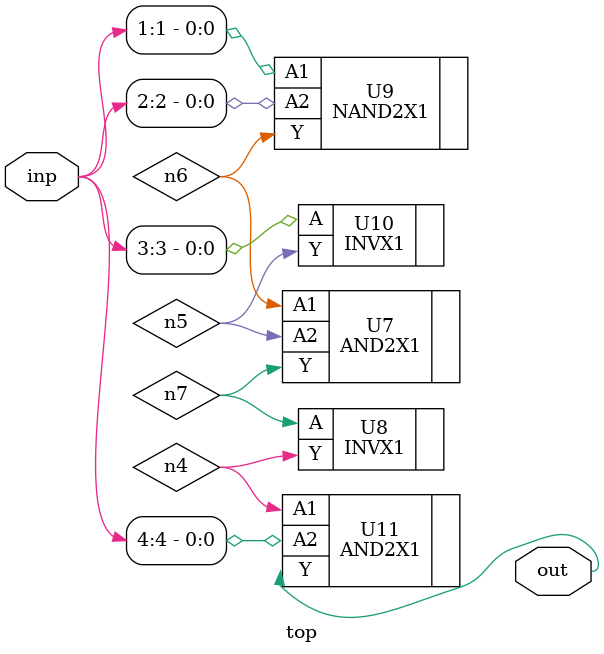
<source format=sv>


module top ( inp, out );
  input [4:0] inp;
  output out;
  wire   n4, n5, n6, n7;

  AND2X1 U7 ( .A1(n6), .A2(n5), .Y(n7) );
  INVX1 U8 ( .A(n7), .Y(n4) );
  NAND2X1 U9 ( .A1(inp[1]), .A2(inp[2]), .Y(n6) );
  INVX1 U10 ( .A(inp[3]), .Y(n5) );
  AND2X1 U11 ( .A1(n4), .A2(inp[4]), .Y(out) );
endmodule


</source>
